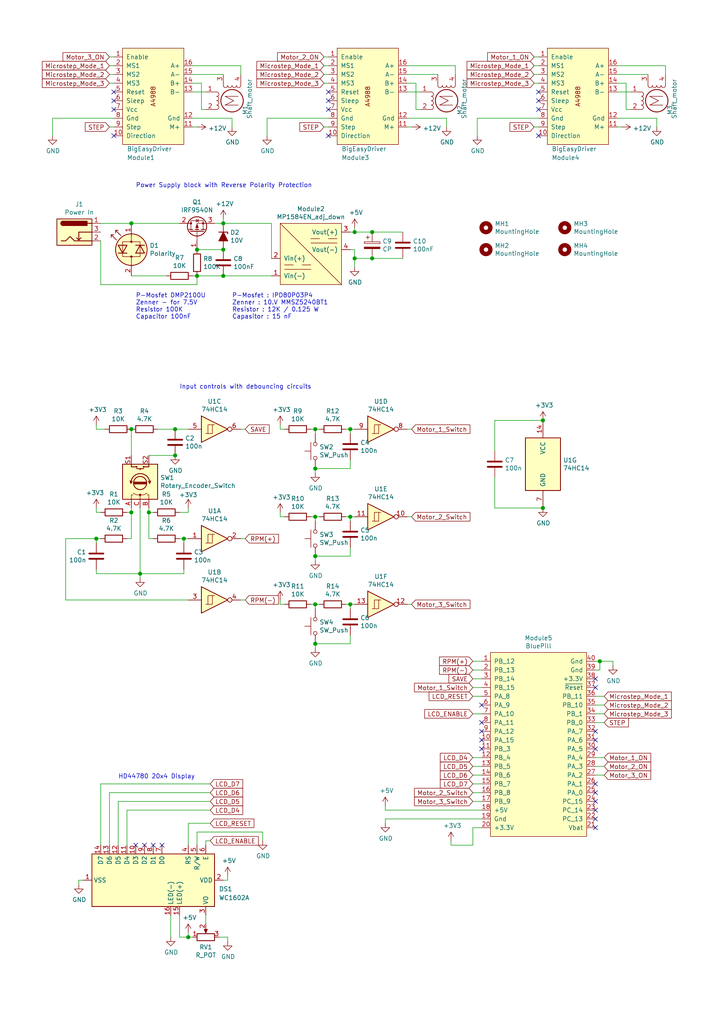
<source format=kicad_sch>
(kicad_sch (version 20210406) (generator eeschema)
  (paper "A4" portrait)
  (title_block (title "Control board for RABR shaft motors") (comment 1 "Yehor Pererva"))
  (lib_symbols
    (symbol "74xx:74HC14" (pin_names (offset 1.016))
      (property "Reference" "U" (at 0 1.27 0))
      (property "Value" "74HC14" (at 0 -1.27 0))
      (symbol "74HC14_1_0"
        (pin input line (at -7.62 0 0) (length 3.81) (name "~") (number "1"))
        (pin output inverted (at 7.62 0 180) (length 3.81) (name "~") (number "2"))
      )
      (symbol "74HC14_2_0"
        (pin input line (at -7.62 0 0) (length 3.81) (name "~") (number "3"))
        (pin output inverted (at 7.62 0 180) (length 3.81) (name "~") (number "4"))
      )
      (symbol "74HC14_3_0"
        (pin input line (at -7.62 0 0) (length 3.81) (name "~") (number "5"))
        (pin output inverted (at 7.62 0 180) (length 3.81) (name "~") (number "6"))
      )
      (symbol "74HC14_4_0"
        (pin output inverted (at 7.62 0 180) (length 3.81) (name "~") (number "8"))
        (pin input line (at -7.62 0 0) (length 3.81) (name "~") (number "9"))
      )
      (symbol "74HC14_5_0"
        (pin output inverted (at 7.62 0 180) (length 3.81) (name "~") (number "10"))
        (pin input line (at -7.62 0 0) (length 3.81) (name "~") (number "11"))
      )
      (symbol "74HC14_6_0"
        (pin output inverted (at 7.62 0 180) (length 3.81) (name "~") (number "12"))
        (pin input line (at -7.62 0 0) (length 3.81) (name "~") (number "13"))
      )
      (symbol "74HC14_7_0"
        (pin power_in line (at 0 12.7 270) (length 5.08) (name "VCC") (number "14"))
        (pin power_in line (at 0 -12.7 90) (length 5.08) (name "GND") (number "7"))
      )
    )
    (symbol "Connector:Barrel_Jack_Switch" (pin_names hide)
      (property "Reference" "J" (at 0 5.334 0))
      (property "Value" "Barrel_Jack_Switch" (at 0 -5.08 0))
      (symbol "Barrel_Jack_Switch_1_1"
        (pin passive line (at 7.62 2.54 180) (length 2.54) (name "~") (number "1"))
        (pin passive line (at 7.62 -2.54 180) (length 2.54) (name "~") (number "2"))
        (pin passive line (at 7.62 0 180) (length 2.54) (name "~") (number "3"))
      )
    )
    (symbol "Device:C" (pin_numbers hide) (pin_names (offset 0.254))
      (property "Reference" "C" (at 0.635 2.54 0))
      (property "Value" "C" (at 0.635 -2.54 0))
      (symbol "C_1_1"
        (pin passive line (at 0 3.81 270) (length 2.794) (name "~") (number "1"))
        (pin passive line (at 0 -3.81 90) (length 2.794) (name "~") (number "2"))
      )
    )
    (symbol "Device:CP" (pin_numbers hide) (pin_names (offset 0.254))
      (property "Reference" "C" (at 0.635 2.54 0))
      (property "Value" "CP" (at 0.635 -2.54 0))
      (symbol "CP_1_1"
        (pin passive line (at 0 3.81 270) (length 2.794) (name "~") (number "1"))
        (pin passive line (at 0 -3.81 90) (length 2.794) (name "~") (number "2"))
      )
    )
    (symbol "Device:D_Zener_ALT" (pin_numbers hide) (pin_names (offset 1.016) hide)
      (property "Reference" "D" (at 0 2.54 0))
      (property "Value" "D_Zener_ALT" (at 0 -2.54 0))
      (symbol "D_Zener_ALT_1_1"
        (pin passive line (at -3.81 0 0) (length 2.54) (name "K") (number "1"))
        (pin passive line (at 3.81 0 180) (length 2.54) (name "A") (number "2"))
      )
    )
    (symbol "Device:LED_Dual_2pin" (pin_names (offset 0) hide)
      (property "Reference" "D" (at 0 5.715 0))
      (property "Value" "LED_Dual_2pin" (at 0 -6.35 0))
      (symbol "LED_Dual_2pin_1_1"
        (pin input line (at 7.62 0 180) (length 3.81) (name "KA") (number "1"))
        (pin input line (at -7.62 0 0) (length 3.048) (name "AK") (number "2"))
      )
    )
    (symbol "Device:R" (pin_numbers hide) (pin_names (offset 0))
      (property "Reference" "R" (at 2.032 0 90))
      (property "Value" "R" (at 0 0 90))
      (symbol "R_1_1"
        (pin passive line (at 0 3.81 270) (length 1.27) (name "~") (number "1"))
        (pin passive line (at 0 -3.81 90) (length 1.27) (name "~") (number "2"))
      )
    )
    (symbol "Device:R_POT" (pin_names (offset 1.016) hide)
      (property "Reference" "RV" (at -4.445 0 90))
      (property "Value" "R_POT" (at -2.54 0 90))
      (symbol "R_POT_1_1"
        (pin passive line (at 0 3.81 270) (length 1.27) (name "1") (number "1"))
        (pin passive line (at 3.81 0 180) (length 1.27) (name "2") (number "2"))
        (pin passive line (at 0 -3.81 90) (length 1.27) (name "3") (number "3"))
      )
    )
    (symbol "Device:Rotary_Encoder_Switch" (pin_names (offset 0.254) hide)
      (property "Reference" "SW" (at 0 6.604 0))
      (property "Value" "Rotary_Encoder_Switch" (at 0 -6.604 0))
      (symbol "Rotary_Encoder_Switch_1_1"
        (pin passive line (at -7.62 2.54 0) (length 2.54) (name "A") (number "A"))
        (pin passive line (at -7.62 -2.54 0) (length 2.54) (name "B") (number "B"))
        (pin passive line (at -7.62 0 0) (length 2.54) (name "C") (number "C"))
        (pin passive line (at 7.62 2.54 180) (length 2.54) (name "S1") (number "S1"))
        (pin passive line (at 7.62 -2.54 180) (length 2.54) (name "S2") (number "S2"))
      )
    )
    (symbol "Display_Character:WC1602A"
      (property "Reference" "DS" (at -5.842 19.05 0))
      (property "Value" "WC1602A" (at 5.334 19.05 0))
      (symbol "WC1602A_1_1"
        (pin power_in line (at 0 -20.32 90) (length 2.54) (name "VSS") (number "1"))
        (pin input line (at -10.16 -5.08 0) (length 2.54) (name "D3") (number "10"))
        (pin input line (at -10.16 -7.62 0) (length 2.54) (name "D4") (number "11"))
        (pin input line (at -10.16 -10.16 0) (length 2.54) (name "D5") (number "12"))
        (pin input line (at -10.16 -12.7 0) (length 2.54) (name "D6") (number "13"))
        (pin input line (at -10.16 -15.24 0) (length 2.54) (name "D7") (number "14"))
        (pin power_in line (at 10.16 7.62 180) (length 2.54) (name "LED(+)") (number "15"))
        (pin power_in line (at 10.16 5.08 180) (length 2.54) (name "LED(-)") (number "16"))
        (pin power_in line (at 0 20.32 270) (length 2.54) (name "VDD") (number "2"))
        (pin input line (at 10.16 15.24 180) (length 2.54) (name "VO") (number "3"))
        (pin input line (at -10.16 10.16 0) (length 2.54) (name "RS") (number "4"))
        (pin input line (at -10.16 12.7 0) (length 2.54) (name "R/W") (number "5"))
        (pin input line (at -10.16 15.24 0) (length 2.54) (name "E") (number "6"))
        (pin input line (at -10.16 2.54 0) (length 2.54) (name "D0") (number "7"))
        (pin input line (at -10.16 0 0) (length 2.54) (name "D1") (number "8"))
        (pin input line (at -10.16 -2.54 0) (length 2.54) (name "D2") (number "9"))
      )
    )
    (symbol "Mechanical:MountingHole" (pin_names (offset 1.016))
      (property "Reference" "H" (at 0 5.08 0))
      (property "Value" "MountingHole" (at 0 3.175 0))
    )
    (symbol "Motor:Stepper_Motor_bipolar" (pin_names (offset 0) hide)
      (property "Reference" "M" (at 3.81 2.54 0))
      (property "Value" "Stepper_Motor_bipolar" (at 3.81 1.27 0))
      (symbol "Stepper_Motor_bipolar_1_1"
        (pin passive line (at -2.54 7.62 270) (length 2.54) (name "~") (number "1"))
        (pin passive line (at 2.54 7.62 270) (length 2.54) (name "-") (number "2"))
        (pin passive line (at -7.62 2.54 0) (length 2.54) (name "~") (number "3"))
        (pin passive line (at -7.62 -2.54 0) (length 2.54) (name "~") (number "4"))
      )
    )
    (symbol "RABR_motor_controller-rescue:BigEasyDriver-modules" (pin_names (offset 1.016))
      (property "Reference" "Module" (at 17.78 7.62 0))
      (property "Value" "RABR_motor_controller-rescue_BigEasyDriver-modules" (at 0 2.54 0))
      (symbol "BigEasyDriver-modules_1_0"
        (text "A4988" (at 0 0 0) (effects (font (size 1.27 1.27))))
      )
      (symbol "BigEasyDriver-modules_1_1"
        (pin input line (at -11.43 -11.43 90) (length 2.54) (name "Enable") (number "1"))
        (pin input line (at 11.43 -11.43 90) (length 2.54) (name "Direction") (number "10"))
        (pin power_in line (at 8.89 11.43 270) (length 2.54) (name "M+") (number "11"))
        (pin power_out line (at 6.35 11.43 270) (length 2.54) (name "Gnd") (number "12"))
        (pin power_out line (at -1.27 11.43 270) (length 2.54) (name "B-") (number "13"))
        (pin power_out line (at -3.81 11.43 270) (length 2.54) (name "B+") (number "14"))
        (pin power_out line (at -6.35 11.43 270) (length 2.54) (name "A-") (number "15"))
        (pin power_out line (at -8.89 11.43 270) (length 2.54) (name "A+") (number "16"))
        (pin input line (at -8.89 -11.43 90) (length 2.54) (name "MS1") (number "2"))
        (pin input line (at -6.35 -11.43 90) (length 2.54) (name "MS2") (number "3"))
        (pin input line (at -3.81 -11.43 90) (length 2.54) (name "MS3") (number "4"))
        (pin input line (at -1.27 -11.43 90) (length 2.54) (name "Reset") (number "5"))
        (pin input line (at 1.27 -11.43 90) (length 2.54) (name "Sleep") (number "6"))
        (pin input line (at 3.81 -11.43 90) (length 2.54) (name "Vcc") (number "7"))
        (pin input line (at 6.35 -11.43 90) (length 2.54) (name "Gnd") (number "8"))
        (pin input line (at 8.89 -11.43 90) (length 2.54) (name "Step") (number "9"))
      )
    )
    (symbol "RABR_motor_controller-rescue:BluePill-modules" (pin_names (offset 1.016))
      (property "Reference" "Module" (at 0 27.94 0))
      (property "Value" "RABR_motor_controller-rescue_BluePill-modules" (at 0 1.27 0))
      (symbol "BluePill-modules_1_1"
        (pin input line (at -16.51 24.13 0) (length 2.54) (name "PB_12") (number "1"))
        (pin input line (at -16.51 1.27 0) (length 2.54) (name "PA_15") (number "10"))
        (pin input line (at -16.51 -1.27 0) (length 2.54) (name "PB_3") (number "11"))
        (pin input line (at -16.51 -3.81 0) (length 2.54) (name "PB_4") (number "12"))
        (pin input line (at -16.51 -6.35 0) (length 2.54) (name "PB_5") (number "13"))
        (pin input line (at -16.51 -8.89 0) (length 2.54) (name "PB_6") (number "14"))
        (pin input line (at -16.51 -11.43 0) (length 2.54) (name "PB_7") (number "15"))
        (pin input line (at -16.51 -13.97 0) (length 2.54) (name "PB_8") (number "16"))
        (pin input line (at -16.51 -16.51 0) (length 2.54) (name "PB_9") (number "17"))
        (pin input line (at -16.51 -19.05 0) (length 2.54) (name "+5V") (number "18"))
        (pin input line (at -16.51 -21.59 0) (length 2.54) (name "Gnd") (number "19"))
        (pin input line (at -16.51 21.59 0) (length 2.54) (name "PB_13") (number "2"))
        (pin input line (at -16.51 -24.13 0) (length 2.54) (name "+3.3V") (number "20"))
        (pin input line (at 16.51 -24.13 180) (length 2.54) (name "Vbat") (number "21"))
        (pin input line (at 16.51 -21.59 180) (length 2.54) (name "PC_13") (number "22"))
        (pin input line (at 16.51 -19.05 180) (length 2.54) (name "PC_14") (number "23"))
        (pin input line (at 16.51 -16.51 180) (length 2.54) (name "PC_15") (number "24"))
        (pin input line (at 16.51 -13.97 180) (length 2.54) (name "PA_0") (number "25"))
        (pin input line (at 16.51 -11.43 180) (length 2.54) (name "PA_1") (number "26"))
        (pin input line (at 16.51 -8.89 180) (length 2.54) (name "PA_2") (number "27"))
        (pin input line (at 16.51 -6.35 180) (length 2.54) (name "PA_3") (number "28"))
        (pin input line (at 16.51 -3.81 180) (length 2.54) (name "PA_4") (number "29"))
        (pin input line (at -16.51 19.05 0) (length 2.54) (name "PB_14") (number "3"))
        (pin input line (at 16.51 -1.27 180) (length 2.54) (name "PA_5") (number "30"))
        (pin input line (at 16.51 1.27 180) (length 2.54) (name "PA_6") (number "31"))
        (pin input line (at 16.51 3.81 180) (length 2.54) (name "PA_7") (number "32"))
        (pin input line (at 16.51 6.35 180) (length 2.54) (name "PB_0") (number "33"))
        (pin input line (at 16.51 8.89 180) (length 2.54) (name "PB_1") (number "34"))
        (pin input line (at 16.51 11.43 180) (length 2.54) (name "PB_10") (number "35"))
        (pin input line (at 16.51 13.97 180) (length 2.54) (name "PB_11") (number "36"))
        (pin input line (at 16.51 16.51 180) (length 2.54) (name "~Reset~") (number "37"))
        (pin input line (at 16.51 19.05 180) (length 2.54) (name "+3.3V") (number "38"))
        (pin input line (at 16.51 21.59 180) (length 2.54) (name "Gnd") (number "39"))
        (pin input line (at -16.51 16.51 0) (length 2.54) (name "PB_15") (number "4"))
        (pin input line (at 16.51 24.13 180) (length 2.54) (name "Gnd") (number "40"))
        (pin input line (at -16.51 13.97 0) (length 2.54) (name "PA_8") (number "5"))
        (pin input line (at -16.51 11.43 0) (length 2.54) (name "PA_9") (number "6"))
        (pin input line (at -16.51 8.89 0) (length 2.54) (name "PA_10") (number "7"))
        (pin input line (at -16.51 6.35 0) (length 2.54) (name "PA_11") (number "8"))
        (pin input line (at -16.51 3.81 0) (length 2.54) (name "PA_12") (number "9"))
      )
    )
    (symbol "RABR_motor_controller-rescue:MP1584EN_adj_down-modules" (pin_names (offset 1.016))
      (property "Reference" "Module" (at 0 13.97 0))
      (property "Value" "RABR_motor_controller-rescue_MP1584EN_adj_down-modules" (at 0 11.43 0))
      (symbol "MP1584EN_adj_down-modules_1_1"
        (pin power_in line (at -11.43 6.35 0) (length 2.54) (name "Vin(-)") (number "1"))
        (pin power_in line (at -11.43 1.27 0) (length 2.54) (name "Vin(+)") (number "2"))
        (pin power_out line (at 11.43 -6.35 180) (length 2.54) (name "Vout(+)") (number "3"))
        (pin power_out line (at 11.43 -1.27 180) (length 2.54) (name "Vout(-)") (number "4"))
      )
    )
    (symbol "Switch:SW_Push" (pin_numbers hide) (pin_names (offset 1.016) hide)
      (property "Reference" "SW" (at 1.27 2.54 0))
      (property "Value" "SW_Push" (at 0 -1.524 0))
      (symbol "SW_Push_0_1"
        (pin passive line (at -5.08 0 0) (length 2.54) (name "1") (number "1"))
        (pin passive line (at 5.08 0 180) (length 2.54) (name "2") (number "2"))
      )
    )
    (symbol "Transistor_FET:IRF9540N" (pin_names hide)
      (property "Reference" "Q" (at 5.08 1.905 0))
      (property "Value" "IRF9540N" (at 5.08 0 0))
      (symbol "IRF9540N_1_1"
        (pin input line (at -5.08 0 0) (length 2.54) (name "G") (number "1"))
        (pin passive line (at 2.54 5.08 270) (length 2.54) (name "D") (number "2"))
        (pin passive line (at 2.54 -5.08 90) (length 2.54) (name "S") (number "3"))
      )
    )
    (symbol "power:+12V" (power) (pin_names (offset 0))
      (property "Value" "+12V" (at 0 3.556 0))
      (symbol "+12V_1_1"
        (pin power_in line (at 0 0 90) (length 0) hide (name "+12V") (number "1"))
      )
    )
    (symbol "power:+3.3V" (power) (pin_names (offset 0))
      (property "Value" "+3.3V" (at 0 3.556 0))
      (symbol "+3.3V_1_1"
        (pin power_in line (at 0 0 90) (length 0) hide (name "+3V3") (number "1"))
      )
    )
    (symbol "power:+5V" (power) (pin_names (offset 0))
      (property "Value" "+5V" (at 0 3.556 0))
      (symbol "+5V_1_1"
        (pin power_in line (at 0 0 90) (length 0) hide (name "+5V") (number "1"))
      )
    )
    (symbol "power:GND" (power) (pin_names (offset 0))
      (property "Value" "GND" (at 0 -3.81 0))
      (symbol "GND_1_1"
        (pin power_in line (at 0 0 270) (length 0) hide (name "GND") (number "1"))
      )
    )
  )
  (junction (at 27.94 156.21) (diameter 1.016))
  (junction (at 38.1 64.77) (diameter 1.016))
  (junction (at 38.1 124.46) (diameter 1.016))
  (junction (at 38.1 148.59) (diameter 1.016))
  (junction (at 40.64 166.37) (diameter 1.016))
  (junction (at 43.18 148.59) (diameter 1.016))
  (junction (at 50.8 124.46) (diameter 1.016))
  (junction (at 50.8 132.08) (diameter 1.016))
  (junction (at 53.34 156.21) (diameter 1.016))
  (junction (at 54.61 271.78) (diameter 1.016))
  (junction (at 57.15 72.39) (diameter 1.016))
  (junction (at 57.15 80.01) (diameter 1.016))
  (junction (at 64.77 64.77) (diameter 1.016))
  (junction (at 64.77 72.39) (diameter 1.016))
  (junction (at 64.77 80.01) (diameter 1.016))
  (junction (at 91.44 124.46) (diameter 1.016))
  (junction (at 91.44 135.89) (diameter 1.016))
  (junction (at 91.44 149.86) (diameter 1.016))
  (junction (at 91.44 161.29) (diameter 1.016))
  (junction (at 91.44 175.26) (diameter 1.016))
  (junction (at 91.44 186.69) (diameter 1.016))
  (junction (at 101.6 124.46) (diameter 1.016))
  (junction (at 101.6 149.86) (diameter 1.016))
  (junction (at 101.6 175.26) (diameter 1.016))
  (junction (at 102.87 67.31) (diameter 1.016))
  (junction (at 102.87 74.93) (diameter 1.016))
  (junction (at 107.95 67.31) (diameter 1.016))
  (junction (at 107.95 74.93) (diameter 1.016))
  (junction (at 157.48 121.92) (diameter 1.016))
  (junction (at 157.48 147.32) (diameter 1.016))
  (junction (at 173.99 191.77) (diameter 1.016))
  (no_connect (at 33.02 26.67))
  (no_connect (at 33.02 29.21))
  (no_connect (at 33.02 31.75))
  (no_connect (at 33.02 39.37))
  (no_connect (at 39.37 245.11))
  (no_connect (at 41.91 245.11))
  (no_connect (at 44.45 245.11))
  (no_connect (at 46.99 245.11))
  (no_connect (at 95.25 26.67))
  (no_connect (at 95.25 29.21))
  (no_connect (at 95.25 31.75))
  (no_connect (at 95.25 39.37))
  (no_connect (at 139.7 204.47))
  (no_connect (at 139.7 209.55))
  (no_connect (at 139.7 212.09))
  (no_connect (at 139.7 214.63))
  (no_connect (at 139.7 217.17))
  (no_connect (at 156.21 26.67))
  (no_connect (at 156.21 29.21))
  (no_connect (at 156.21 31.75))
  (no_connect (at 156.21 39.37))
  (no_connect (at 172.72 196.85))
  (no_connect (at 172.72 199.39))
  (no_connect (at 172.72 212.09))
  (no_connect (at 172.72 214.63))
  (no_connect (at 172.72 217.17))
  (no_connect (at 172.72 227.33))
  (no_connect (at 172.72 229.87))
  (no_connect (at 172.72 232.41))
  (no_connect (at 172.72 234.95))
  (no_connect (at 172.72 237.49))
  (no_connect (at 172.72 240.03))
  (wire (pts (xy 15.24 34.29) (xy 15.24 39.37)))
  (wire (pts (xy 19.05 156.21) (xy 19.05 173.99)))
  (wire (pts (xy 19.05 173.99) (xy 54.61 173.99)))
  (wire (pts (xy 22.86 255.27) (xy 22.86 256.54)))
  (wire (pts (xy 24.13 255.27) (xy 22.86 255.27)))
  (wire (pts (xy 27.94 123.19) (xy 27.94 124.46)))
  (wire (pts (xy 27.94 124.46) (xy 30.48 124.46)))
  (wire (pts (xy 27.94 147.32) (xy 27.94 148.59)))
  (wire (pts (xy 27.94 148.59) (xy 29.21 148.59)))
  (wire (pts (xy 27.94 156.21) (xy 19.05 156.21)))
  (wire (pts (xy 27.94 156.21) (xy 27.94 157.48)))
  (wire (pts (xy 27.94 165.1) (xy 27.94 166.37)))
  (wire (pts (xy 27.94 166.37) (xy 40.64 166.37)))
  (wire (pts (xy 29.21 69.85) (xy 29.21 82.55)))
  (wire (pts (xy 29.21 82.55) (xy 57.15 82.55)))
  (wire (pts (xy 29.21 156.21) (xy 27.94 156.21)))
  (wire (pts (xy 29.21 227.33) (xy 29.21 245.11)))
  (wire (pts (xy 31.75 16.51) (xy 33.02 16.51)))
  (wire (pts (xy 31.75 36.83) (xy 33.02 36.83)))
  (wire (pts (xy 31.75 229.87) (xy 31.75 245.11)))
  (wire (pts (xy 33.02 19.05) (xy 31.75 19.05)))
  (wire (pts (xy 33.02 21.59) (xy 31.75 21.59)))
  (wire (pts (xy 33.02 24.13) (xy 31.75 24.13)))
  (wire (pts (xy 33.02 34.29) (xy 15.24 34.29)))
  (wire (pts (xy 34.29 232.41) (xy 34.29 245.11)))
  (wire (pts (xy 36.83 148.59) (xy 38.1 148.59)))
  (wire (pts (xy 36.83 234.95) (xy 36.83 245.11)))
  (wire (pts (xy 38.1 64.77) (xy 29.21 64.77)))
  (wire (pts (xy 38.1 132.08) (xy 38.1 124.46)))
  (wire (pts (xy 38.1 147.32) (xy 38.1 148.59)))
  (wire (pts (xy 38.1 148.59) (xy 38.1 156.21)))
  (wire (pts (xy 38.1 156.21) (xy 36.83 156.21)))
  (wire (pts (xy 40.64 147.32) (xy 40.64 166.37)))
  (wire (pts (xy 40.64 166.37) (xy 40.64 167.64)))
  (wire (pts (xy 43.18 132.08) (xy 50.8 132.08)))
  (wire (pts (xy 43.18 147.32) (xy 43.18 148.59)))
  (wire (pts (xy 43.18 148.59) (xy 43.18 156.21)))
  (wire (pts (xy 43.18 156.21) (xy 44.45 156.21)))
  (wire (pts (xy 44.45 148.59) (xy 43.18 148.59)))
  (wire (pts (xy 45.72 124.46) (xy 50.8 124.46)))
  (wire (pts (xy 48.26 80.01) (xy 38.1 80.01)))
  (wire (pts (xy 49.53 265.43) (xy 49.53 271.78)))
  (wire (pts (xy 50.8 124.46) (xy 54.61 124.46)))
  (wire (pts (xy 52.07 64.77) (xy 38.1 64.77)))
  (wire (pts (xy 52.07 148.59) (xy 54.61 148.59)))
  (wire (pts (xy 52.07 156.21) (xy 53.34 156.21)))
  (wire (pts (xy 52.07 271.78) (xy 52.07 265.43)))
  (wire (pts (xy 53.34 156.21) (xy 53.34 157.48)))
  (wire (pts (xy 53.34 156.21) (xy 54.61 156.21)))
  (wire (pts (xy 53.34 165.1) (xy 53.34 166.37)))
  (wire (pts (xy 53.34 166.37) (xy 40.64 166.37)))
  (wire (pts (xy 54.61 148.59) (xy 54.61 147.32)))
  (wire (pts (xy 54.61 238.76) (xy 54.61 245.11)))
  (wire (pts (xy 54.61 270.51) (xy 54.61 271.78)))
  (wire (pts (xy 54.61 271.78) (xy 52.07 271.78)))
  (wire (pts (xy 55.88 19.05) (xy 69.85 19.05)))
  (wire (pts (xy 55.88 21.59) (xy 64.77 21.59)))
  (wire (pts (xy 55.88 26.67) (xy 59.69 26.67)))
  (wire (pts (xy 55.88 34.29) (xy 67.31 34.29)))
  (wire (pts (xy 55.88 36.83) (xy 57.15 36.83)))
  (wire (pts (xy 55.88 80.01) (xy 57.15 80.01)))
  (wire (pts (xy 55.88 271.78) (xy 54.61 271.78)))
  (wire (pts (xy 57.15 80.01) (xy 64.77 80.01)))
  (wire (pts (xy 57.15 82.55) (xy 57.15 80.01)))
  (wire (pts (xy 57.15 241.3) (xy 57.15 245.11)))
  (wire (pts (xy 57.15 241.3) (xy 76.2 241.3)))
  (wire (pts (xy 58.42 24.13) (xy 55.88 24.13)))
  (wire (pts (xy 58.42 31.75) (xy 58.42 24.13)))
  (wire (pts (xy 59.69 31.75) (xy 58.42 31.75)))
  (wire (pts (xy 59.69 243.84) (xy 59.69 245.11)))
  (wire (pts (xy 59.69 265.43) (xy 59.69 267.97)))
  (wire (pts (xy 60.96 227.33) (xy 29.21 227.33)))
  (wire (pts (xy 60.96 229.87) (xy 31.75 229.87)))
  (wire (pts (xy 60.96 232.41) (xy 34.29 232.41)))
  (wire (pts (xy 60.96 234.95) (xy 36.83 234.95)))
  (wire (pts (xy 60.96 238.76) (xy 54.61 238.76)))
  (wire (pts (xy 60.96 243.84) (xy 59.69 243.84)))
  (wire (pts (xy 63.5 271.78) (xy 66.04 271.78)))
  (wire (pts (xy 64.77 63.5) (xy 64.77 64.77)))
  (wire (pts (xy 64.77 64.77) (xy 62.23 64.77)))
  (wire (pts (xy 64.77 72.39) (xy 57.15 72.39)))
  (wire (pts (xy 64.77 80.01) (xy 78.74 80.01)))
  (wire (pts (xy 64.77 255.27) (xy 66.04 255.27)))
  (wire (pts (xy 66.04 255.27) (xy 66.04 254)))
  (wire (pts (xy 66.04 271.78) (xy 66.04 273.05)))
  (wire (pts (xy 67.31 34.29) (xy 67.31 36.83)))
  (wire (pts (xy 69.85 19.05) (xy 69.85 21.59)))
  (wire (pts (xy 69.85 124.46) (xy 71.12 124.46)))
  (wire (pts (xy 71.12 156.21) (xy 69.85 156.21)))
  (wire (pts (xy 71.12 173.99) (xy 69.85 173.99)))
  (wire (pts (xy 76.2 241.3) (xy 76.2 243.84)))
  (wire (pts (xy 77.47 34.29) (xy 77.47 39.37)))
  (wire (pts (xy 78.74 64.77) (xy 64.77 64.77)))
  (wire (pts (xy 78.74 74.93) (xy 78.74 64.77)))
  (wire (pts (xy 81.28 123.19) (xy 81.28 124.46)))
  (wire (pts (xy 81.28 124.46) (xy 82.55 124.46)))
  (wire (pts (xy 81.28 148.59) (xy 81.28 149.86)))
  (wire (pts (xy 81.28 149.86) (xy 82.55 149.86)))
  (wire (pts (xy 81.28 173.99) (xy 81.28 175.26)))
  (wire (pts (xy 81.28 175.26) (xy 82.55 175.26)))
  (wire (pts (xy 90.17 124.46) (xy 91.44 124.46)))
  (wire (pts (xy 90.17 149.86) (xy 91.44 149.86)))
  (wire (pts (xy 90.17 175.26) (xy 91.44 175.26)))
  (wire (pts (xy 91.44 124.46) (xy 91.44 125.73)))
  (wire (pts (xy 91.44 135.89) (xy 91.44 137.16)))
  (wire (pts (xy 91.44 149.86) (xy 91.44 151.13)))
  (wire (pts (xy 91.44 161.29) (xy 91.44 162.56)))
  (wire (pts (xy 91.44 175.26) (xy 91.44 176.53)))
  (wire (pts (xy 91.44 186.69) (xy 91.44 187.96)))
  (wire (pts (xy 92.71 124.46) (xy 91.44 124.46)))
  (wire (pts (xy 92.71 149.86) (xy 91.44 149.86)))
  (wire (pts (xy 92.71 175.26) (xy 91.44 175.26)))
  (wire (pts (xy 93.98 16.51) (xy 95.25 16.51)))
  (wire (pts (xy 93.98 36.83) (xy 95.25 36.83)))
  (wire (pts (xy 95.25 19.05) (xy 93.98 19.05)))
  (wire (pts (xy 95.25 21.59) (xy 93.98 21.59)))
  (wire (pts (xy 95.25 24.13) (xy 93.98 24.13)))
  (wire (pts (xy 95.25 34.29) (xy 77.47 34.29)))
  (wire (pts (xy 100.33 124.46) (xy 101.6 124.46)))
  (wire (pts (xy 100.33 149.86) (xy 101.6 149.86)))
  (wire (pts (xy 100.33 175.26) (xy 101.6 175.26)))
  (wire (pts (xy 101.6 72.39) (xy 102.87 72.39)))
  (wire (pts (xy 101.6 124.46) (xy 101.6 125.73)))
  (wire (pts (xy 101.6 133.35) (xy 101.6 135.89)))
  (wire (pts (xy 101.6 135.89) (xy 91.44 135.89)))
  (wire (pts (xy 101.6 149.86) (xy 101.6 151.13)))
  (wire (pts (xy 101.6 158.75) (xy 101.6 161.29)))
  (wire (pts (xy 101.6 161.29) (xy 91.44 161.29)))
  (wire (pts (xy 101.6 175.26) (xy 101.6 176.53)))
  (wire (pts (xy 101.6 184.15) (xy 101.6 186.69)))
  (wire (pts (xy 101.6 186.69) (xy 91.44 186.69)))
  (wire (pts (xy 102.87 66.04) (xy 102.87 67.31)))
  (wire (pts (xy 102.87 67.31) (xy 101.6 67.31)))
  (wire (pts (xy 102.87 67.31) (xy 107.95 67.31)))
  (wire (pts (xy 102.87 72.39) (xy 102.87 74.93)))
  (wire (pts (xy 102.87 74.93) (xy 102.87 77.47)))
  (wire (pts (xy 102.87 124.46) (xy 101.6 124.46)))
  (wire (pts (xy 102.87 149.86) (xy 101.6 149.86)))
  (wire (pts (xy 102.87 175.26) (xy 101.6 175.26)))
  (wire (pts (xy 107.95 67.31) (xy 116.84 67.31)))
  (wire (pts (xy 107.95 74.93) (xy 102.87 74.93)))
  (wire (pts (xy 111.76 233.68) (xy 111.76 234.95)))
  (wire (pts (xy 111.76 234.95) (xy 139.7 234.95)))
  (wire (pts (xy 111.76 237.49) (xy 111.76 238.76)))
  (wire (pts (xy 111.76 237.49) (xy 139.7 237.49)))
  (wire (pts (xy 116.84 74.93) (xy 107.95 74.93)))
  (wire (pts (xy 118.11 19.05) (xy 132.08 19.05)))
  (wire (pts (xy 118.11 21.59) (xy 127 21.59)))
  (wire (pts (xy 118.11 26.67) (xy 121.92 26.67)))
  (wire (pts (xy 118.11 34.29) (xy 129.54 34.29)))
  (wire (pts (xy 118.11 36.83) (xy 119.38 36.83)))
  (wire (pts (xy 118.11 124.46) (xy 119.38 124.46)))
  (wire (pts (xy 118.11 149.86) (xy 119.38 149.86)))
  (wire (pts (xy 119.38 175.26) (xy 118.11 175.26)))
  (wire (pts (xy 120.65 24.13) (xy 118.11 24.13)))
  (wire (pts (xy 120.65 31.75) (xy 120.65 24.13)))
  (wire (pts (xy 121.92 31.75) (xy 120.65 31.75)))
  (wire (pts (xy 129.54 34.29) (xy 129.54 36.83)))
  (wire (pts (xy 130.81 243.84) (xy 130.81 245.11)))
  (wire (pts (xy 130.81 245.11) (xy 137.16 245.11)))
  (wire (pts (xy 132.08 19.05) (xy 132.08 21.59)))
  (wire (pts (xy 137.16 191.77) (xy 139.7 191.77)))
  (wire (pts (xy 137.16 194.31) (xy 139.7 194.31)))
  (wire (pts (xy 137.16 196.85) (xy 139.7 196.85)))
  (wire (pts (xy 137.16 199.39) (xy 139.7 199.39)))
  (wire (pts (xy 137.16 201.93) (xy 139.7 201.93)))
  (wire (pts (xy 137.16 207.01) (xy 139.7 207.01)))
  (wire (pts (xy 137.16 219.71) (xy 139.7 219.71)))
  (wire (pts (xy 137.16 222.25) (xy 139.7 222.25)))
  (wire (pts (xy 137.16 224.79) (xy 139.7 224.79)))
  (wire (pts (xy 137.16 227.33) (xy 139.7 227.33)))
  (wire (pts (xy 137.16 229.87) (xy 139.7 229.87)))
  (wire (pts (xy 137.16 232.41) (xy 139.7 232.41)))
  (wire (pts (xy 137.16 240.03) (xy 139.7 240.03)))
  (wire (pts (xy 137.16 245.11) (xy 137.16 240.03)))
  (wire (pts (xy 138.43 34.29) (xy 138.43 39.37)))
  (wire (pts (xy 143.51 121.92) (xy 143.51 130.81)))
  (wire (pts (xy 143.51 138.43) (xy 143.51 147.32)))
  (wire (pts (xy 143.51 147.32) (xy 157.48 147.32)))
  (wire (pts (xy 154.94 16.51) (xy 156.21 16.51)))
  (wire (pts (xy 154.94 36.83) (xy 156.21 36.83)))
  (wire (pts (xy 156.21 19.05) (xy 154.94 19.05)))
  (wire (pts (xy 156.21 21.59) (xy 154.94 21.59)))
  (wire (pts (xy 156.21 24.13) (xy 154.94 24.13)))
  (wire (pts (xy 156.21 34.29) (xy 138.43 34.29)))
  (wire (pts (xy 157.48 121.92) (xy 143.51 121.92)))
  (wire (pts (xy 172.72 194.31) (xy 173.99 194.31)))
  (wire (pts (xy 172.72 201.93) (xy 175.26 201.93)))
  (wire (pts (xy 172.72 204.47) (xy 175.26 204.47)))
  (wire (pts (xy 172.72 207.01) (xy 175.26 207.01)))
  (wire (pts (xy 172.72 209.55) (xy 175.26 209.55)))
  (wire (pts (xy 172.72 222.25) (xy 175.26 222.25)))
  (wire (pts (xy 173.99 191.77) (xy 172.72 191.77)))
  (wire (pts (xy 173.99 191.77) (xy 177.8 191.77)))
  (wire (pts (xy 173.99 194.31) (xy 173.99 191.77)))
  (wire (pts (xy 175.26 219.71) (xy 172.72 219.71)))
  (wire (pts (xy 175.26 224.79) (xy 172.72 224.79)))
  (wire (pts (xy 177.8 191.77) (xy 177.8 193.04)))
  (wire (pts (xy 179.07 19.05) (xy 193.04 19.05)))
  (wire (pts (xy 179.07 21.59) (xy 187.96 21.59)))
  (wire (pts (xy 179.07 26.67) (xy 182.88 26.67)))
  (wire (pts (xy 179.07 34.29) (xy 190.5 34.29)))
  (wire (pts (xy 179.07 36.83) (xy 180.34 36.83)))
  (wire (pts (xy 181.61 24.13) (xy 179.07 24.13)))
  (wire (pts (xy 181.61 31.75) (xy 181.61 24.13)))
  (wire (pts (xy 182.88 31.75) (xy 181.61 31.75)))
  (wire (pts (xy 190.5 34.29) (xy 190.5 36.83)))
  (wire (pts (xy 193.04 19.05) (xy 193.04 21.59)))
  (text "HD44780 20x4 Display" (at 34.29 226.06 0) (effects (font (size 1.27 1.27)) (justify left bottom)))
  (text "Power Supply block with Reverse Polarity Protection" (at 39.37 54.61 0) (effects (font (size 1.27 1.27)) (justify left bottom)))
  (text "P-Mosfet DMP2100U\nZenner - for 7.5V\nResistor 100K\nCapacitor 100nF" (at 39.37 92.71 0) (effects (font (size 1.27 1.27)) (justify left bottom)))
  (text "Input controls with debouncing circuits" (at 52.07 113.03 0) (effects (font (size 1.27 1.27)) (justify left bottom)))
  (text "P-Mosfet : IPD80P03P4\nZenner : 10.V MMSZ5240BT1\nResistor : 12K / 0.125 W\nCapasitor : 15 nF" (at 67.31 92.71 0) (effects (font (size 1.27 1.27)) (justify left bottom)))
  (global_label "Motor_3_ON" (shape input) (at 31.75 16.51 180) (property "Intersheet References" "${INTERSHEET_REFS}" (effects hide)))
  (global_label "Microstep_Mode_1" (shape input) (at 31.75 19.05 180) (property "Intersheet References" "${INTERSHEET_REFS}" (effects hide)))
  (global_label "Microstep_Mode_2" (shape input) (at 31.75 21.59 180) (property "Intersheet References" "${INTERSHEET_REFS}" (effects hide)))
  (global_label "Microstep_Mode_3" (shape input) (at 31.75 24.13 180) (property "Intersheet References" "${INTERSHEET_REFS}" (effects hide)))
  (global_label "STEP" (shape input) (at 31.75 36.83 180) (property "Intersheet References" "${INTERSHEET_REFS}" (effects hide)))
  (global_label "LCD_D7" (shape input) (at 60.96 227.33 0) (property "Intersheet References" "${INTERSHEET_REFS}" (effects hide)))
  (global_label "LCD_D6" (shape input) (at 60.96 229.87 0) (property "Intersheet References" "${INTERSHEET_REFS}" (effects hide)))
  (global_label "LCD_D5" (shape input) (at 60.96 232.41 0) (property "Intersheet References" "${INTERSHEET_REFS}" (effects hide)))
  (global_label "LCD_D4" (shape input) (at 60.96 234.95 0) (property "Intersheet References" "${INTERSHEET_REFS}" (effects hide)))
  (global_label "LCD_RESET" (shape input) (at 60.96 238.76 0) (property "Intersheet References" "${INTERSHEET_REFS}" (effects hide)))
  (global_label "LCD_ENABLE" (shape input) (at 60.96 243.84 0) (property "Intersheet References" "${INTERSHEET_REFS}" (effects hide)))
  (global_label "SAVE" (shape input) (at 71.12 124.46 0) (property "Intersheet References" "${INTERSHEET_REFS}" (effects hide)))
  (global_label "RPM(+)" (shape input) (at 71.12 156.21 0) (property "Intersheet References" "${INTERSHEET_REFS}" (effects hide)))
  (global_label "RPM(-)" (shape input) (at 71.12 173.99 0) (property "Intersheet References" "${INTERSHEET_REFS}" (effects hide)))
  (global_label "Motor_2_ON" (shape input) (at 93.98 16.51 180) (property "Intersheet References" "${INTERSHEET_REFS}" (effects hide)))
  (global_label "Microstep_Mode_1" (shape input) (at 93.98 19.05 180) (property "Intersheet References" "${INTERSHEET_REFS}" (effects hide)))
  (global_label "Microstep_Mode_2" (shape input) (at 93.98 21.59 180) (property "Intersheet References" "${INTERSHEET_REFS}" (effects hide)))
  (global_label "Microstep_Mode_3" (shape input) (at 93.98 24.13 180) (property "Intersheet References" "${INTERSHEET_REFS}" (effects hide)))
  (global_label "STEP" (shape input) (at 93.98 36.83 180) (property "Intersheet References" "${INTERSHEET_REFS}" (effects hide)))
  (global_label "Motor_1_Switch" (shape input) (at 119.38 124.46 0) (property "Intersheet References" "${INTERSHEET_REFS}" (effects hide)))
  (global_label "Motor_2_Switch" (shape input) (at 119.38 149.86 0) (property "Intersheet References" "${INTERSHEET_REFS}" (effects hide)))
  (global_label "Motor_3_Switch" (shape input) (at 119.38 175.26 0) (property "Intersheet References" "${INTERSHEET_REFS}" (effects hide)))
  (global_label "RPM(+)" (shape input) (at 137.16 191.77 180) (property "Intersheet References" "${INTERSHEET_REFS}" (effects hide)))
  (global_label "RPM(-)" (shape input) (at 137.16 194.31 180) (property "Intersheet References" "${INTERSHEET_REFS}" (effects hide)))
  (global_label "SAVE" (shape input) (at 137.16 196.85 180) (property "Intersheet References" "${INTERSHEET_REFS}" (effects hide)))
  (global_label "Motor_1_Switch" (shape input) (at 137.16 199.39 180) (property "Intersheet References" "${INTERSHEET_REFS}" (effects hide)))
  (global_label "LCD_RESET" (shape input) (at 137.16 201.93 180) (property "Intersheet References" "${INTERSHEET_REFS}" (effects hide)))
  (global_label "LCD_ENABLE" (shape input) (at 137.16 207.01 180) (property "Intersheet References" "${INTERSHEET_REFS}" (effects hide)))
  (global_label "LCD_D4" (shape input) (at 137.16 219.71 180) (property "Intersheet References" "${INTERSHEET_REFS}" (effects hide)))
  (global_label "LCD_D5" (shape input) (at 137.16 222.25 180) (property "Intersheet References" "${INTERSHEET_REFS}" (effects hide)))
  (global_label "LCD_D6" (shape input) (at 137.16 224.79 180) (property "Intersheet References" "${INTERSHEET_REFS}" (effects hide)))
  (global_label "LCD_D7" (shape input) (at 137.16 227.33 180) (property "Intersheet References" "${INTERSHEET_REFS}" (effects hide)))
  (global_label "Motor_2_Switch" (shape input) (at 137.16 229.87 180) (property "Intersheet References" "${INTERSHEET_REFS}" (effects hide)))
  (global_label "Motor_3_Switch" (shape input) (at 137.16 232.41 180) (property "Intersheet References" "${INTERSHEET_REFS}" (effects hide)))
  (global_label "Motor_1_ON" (shape input) (at 154.94 16.51 180) (property "Intersheet References" "${INTERSHEET_REFS}" (effects hide)))
  (global_label "Microstep_Mode_1" (shape input) (at 154.94 19.05 180) (property "Intersheet References" "${INTERSHEET_REFS}" (effects hide)))
  (global_label "Microstep_Mode_2" (shape input) (at 154.94 21.59 180) (property "Intersheet References" "${INTERSHEET_REFS}" (effects hide)))
  (global_label "Microstep_Mode_3" (shape input) (at 154.94 24.13 180) (property "Intersheet References" "${INTERSHEET_REFS}" (effects hide)))
  (global_label "STEP" (shape input) (at 154.94 36.83 180) (property "Intersheet References" "${INTERSHEET_REFS}" (effects hide)))
  (global_label "Microstep_Mode_1" (shape input) (at 175.26 201.93 0) (property "Intersheet References" "${INTERSHEET_REFS}" (effects hide)))
  (global_label "Microstep_Mode_2" (shape input) (at 175.26 204.47 0) (property "Intersheet References" "${INTERSHEET_REFS}" (effects hide)))
  (global_label "Microstep_Mode_3" (shape input) (at 175.26 207.01 0) (property "Intersheet References" "${INTERSHEET_REFS}" (effects hide)))
  (global_label "STEP" (shape input) (at 175.26 209.55 0) (property "Intersheet References" "${INTERSHEET_REFS}" (effects hide)))
  (global_label "Motor_1_ON" (shape input) (at 175.26 219.71 0) (property "Intersheet References" "${INTERSHEET_REFS}" (effects hide)))
  (global_label "Motor_2_ON" (shape input) (at 175.26 222.25 0) (property "Intersheet References" "${INTERSHEET_REFS}" (effects hide)))
  (global_label "Motor_3_ON" (shape input) (at 175.26 224.79 0) (property "Intersheet References" "${INTERSHEET_REFS}" (effects hide)))
  (symbol (lib_id "power:+3.3V") (at 27.94 123.19 0) (unit 1)
    (property "Reference" "#PWR02" (effects hide))
    (property "Value" "+3.3V" (at 28.321 118.7958 0))
  )
  (symbol (lib_id "power:+3.3V") (at 27.94 147.32 0) (mirror y) (unit 1)
    (property "Reference" "#PWR03" (effects hide))
    (property "Value" "+3.3V" (at 27.559 142.9258 0))
  )
  (symbol (lib_id "power:+3.3V") (at 54.61 147.32 0) (unit 1)
    (property "Reference" "#PWR06" (effects hide))
    (property "Value" "+3.3V" (at 54.61 143.51 0))
  )
  (symbol (lib_id "power:+5V") (at 54.61 270.51 0) (unit 1)
    (property "Reference" "#PWR031" (effects hide))
    (property "Value" "+5V" (at 54.991 266.1158 0))
  )
  (symbol (lib_id "power:+12V") (at 57.15 36.83 270) (unit 1)
    (property "Reference" "#PWR0102" (effects hide))
    (property "Value" "+12V" (at 60.4012 37.211 90) (effects (justify left)))
  )
  (symbol (lib_id "power:+12V") (at 64.77 63.5 0) (unit 1)
    (property "Reference" "#PWR08" (effects hide))
    (property "Value" "+12V" (at 65.151 59.1058 0))
  )
  (symbol (lib_id "power:+5V") (at 66.04 254 0) (unit 1)
    (property "Reference" "#PWR032" (effects hide))
    (property "Value" "+5V" (at 66.421 249.6058 0))
  )
  (symbol (lib_id "power:+3.3V") (at 81.28 123.19 0) (unit 1)
    (property "Reference" "#PWR011" (effects hide))
    (property "Value" "+3.3V" (at 81.661 118.7958 0))
  )
  (symbol (lib_id "power:+3.3V") (at 81.28 148.59 0) (unit 1)
    (property "Reference" "#PWR012" (effects hide))
    (property "Value" "+3.3V" (at 81.661 144.1958 0))
  )
  (symbol (lib_id "power:+3.3V") (at 81.28 173.99 0) (unit 1)
    (property "Reference" "#PWR013" (effects hide))
    (property "Value" "+3.3V" (at 81.661 169.5958 0))
  )
  (symbol (lib_id "power:+5V") (at 102.87 66.04 0) (unit 1)
    (property "Reference" "#PWR017" (effects hide))
    (property "Value" "+5V" (at 103.251 61.6458 0))
  )
  (symbol (lib_id "power:+5V") (at 111.76 233.68 0) (unit 1)
    (property "Reference" "#PWR024" (effects hide))
    (property "Value" "+5V" (at 112.141 229.2858 0))
  )
  (symbol (lib_id "power:+12V") (at 119.38 36.83 270) (unit 1)
    (property "Reference" "#PWR019" (effects hide))
    (property "Value" "+12V" (at 122.6312 37.211 90) (effects (justify left)))
  )
  (symbol (lib_id "power:+3.3V") (at 130.81 243.84 0) (unit 1)
    (property "Reference" "#PWR028" (effects hide))
    (property "Value" "+3.3V" (at 131.191 239.4458 0))
  )
  (symbol (lib_id "power:+3.3V") (at 157.48 121.92 0) (unit 1)
    (property "Reference" "#PWR022" (effects hide))
    (property "Value" "+3.3V" (at 157.861 117.5258 0))
  )
  (symbol (lib_id "power:+12V") (at 180.34 36.83 270) (unit 1)
    (property "Reference" "#PWR0115" (effects hide))
    (property "Value" "+12V" (at 183.5912 37.211 90) (effects (justify left)))
  )
  (symbol (lib_id "power:GND") (at 15.24 39.37 0) (unit 1)
    (property "Reference" "#PWR0103" (effects hide))
    (property "Value" "GND" (at 15.367 43.7642 0))
  )
  (symbol (lib_id "power:GND") (at 22.86 256.54 0) (unit 1)
    (property "Reference" "#PWR029" (effects hide))
    (property "Value" "GND" (at 22.987 260.9342 0))
  )
  (symbol (lib_id "power:GND") (at 40.64 167.64 0) (unit 1)
    (property "Reference" "#PWR04" (effects hide))
    (property "Value" "GND" (at 40.767 172.0342 0))
  )
  (symbol (lib_id "power:GND") (at 49.53 271.78 0) (unit 1)
    (property "Reference" "#PWR030" (effects hide))
    (property "Value" "GND" (at 49.657 276.1742 0))
  )
  (symbol (lib_id "power:GND") (at 50.8 132.08 0) (unit 1)
    (property "Reference" "#PWR05" (effects hide))
    (property "Value" "GND" (at 50.927 136.4742 0))
  )
  (symbol (lib_id "power:GND") (at 66.04 273.05 0) (unit 1)
    (property "Reference" "#PWR033" (effects hide))
    (property "Value" "GND" (at 66.167 277.4442 0))
  )
  (symbol (lib_id "power:GND") (at 67.31 36.83 0) (unit 1)
    (property "Reference" "#PWR0104" (effects hide))
    (property "Value" "GND" (at 67.437 41.2242 0))
  )
  (symbol (lib_id "power:GND") (at 76.2 243.84 0) (unit 1)
    (property "Reference" "#PWR034" (effects hide))
    (property "Value" "GND" (at 76.327 248.2342 0))
  )
  (symbol (lib_id "power:GND") (at 77.47 39.37 0) (unit 1)
    (property "Reference" "#PWR010" (effects hide))
    (property "Value" "GND" (at 77.597 43.7642 0))
  )
  (symbol (lib_id "power:GND") (at 91.44 137.16 0) (unit 1)
    (property "Reference" "#PWR014" (effects hide))
    (property "Value" "GND" (at 91.567 141.5542 0))
  )
  (symbol (lib_id "power:GND") (at 91.44 162.56 0) (unit 1)
    (property "Reference" "#PWR015" (effects hide))
    (property "Value" "GND" (at 91.567 166.9542 0))
  )
  (symbol (lib_id "power:GND") (at 91.44 187.96 0) (unit 1)
    (property "Reference" "#PWR016" (effects hide))
    (property "Value" "GND" (at 91.567 192.3542 0))
  )
  (symbol (lib_id "power:GND") (at 102.87 77.47 0) (unit 1)
    (property "Reference" "#PWR018" (effects hide))
    (property "Value" "GND" (at 102.997 81.8642 0))
  )
  (symbol (lib_id "power:GND") (at 111.76 238.76 0) (unit 1)
    (property "Reference" "#PWR025" (effects hide))
    (property "Value" "GND" (at 111.887 243.1542 0))
  )
  (symbol (lib_id "power:GND") (at 129.54 36.83 0) (unit 1)
    (property "Reference" "#PWR020" (effects hide))
    (property "Value" "GND" (at 129.667 41.2242 0))
  )
  (symbol (lib_id "power:GND") (at 138.43 39.37 0) (unit 1)
    (property "Reference" "#PWR0116" (effects hide))
    (property "Value" "GND" (at 138.557 43.7642 0))
  )
  (symbol (lib_id "power:GND") (at 157.48 147.32 0) (unit 1)
    (property "Reference" "#PWR023" (effects hide))
    (property "Value" "GND" (at 157.607 151.7142 0))
  )
  (symbol (lib_id "power:GND") (at 177.8 193.04 0) (unit 1)
    (property "Reference" "#PWR0101" (effects hide))
    (property "Value" "GND" (at 177.927 197.4342 0))
  )
  (symbol (lib_id "power:GND") (at 190.5 36.83 0) (unit 1)
    (property "Reference" "#PWR0117" (effects hide))
    (property "Value" "GND" (at 190.627 41.2242 0))
  )
  (symbol (lib_id "Mechanical:MountingHole") (at 140.97 66.04 0) (unit 1)
    (property "Reference" "MH1" (at 143.51 64.897 0) (effects (justify left)))
    (property "Value" "MountingHole" (at 143.51 67.1576 0) (effects (justify left)))
    (property "Footprint" "MountingHole:MountingHole_3.2mm_M3_DIN965_Pad" (effects hide))
  )
  (symbol (lib_id "Mechanical:MountingHole") (at 140.97 72.39 0) (unit 1)
    (property "Reference" "MH2" (at 143.51 71.247 0) (effects (justify left)))
    (property "Value" "MountingHole" (at 143.51 73.5076 0) (effects (justify left)))
    (property "Footprint" "MountingHole:MountingHole_3.2mm_M3_DIN965_Pad" (effects hide))
  )
  (symbol (lib_id "Mechanical:MountingHole") (at 163.83 66.04 0) (unit 1)
    (property "Reference" "MH3" (at 166.37 64.897 0) (effects (justify left)))
    (property "Value" "MountingHole" (at 166.37 67.1576 0) (effects (justify left)))
    (property "Footprint" "MountingHole:MountingHole_3.2mm_M3_DIN965_Pad" (effects hide))
  )
  (symbol (lib_id "Mechanical:MountingHole") (at 163.83 72.39 0) (unit 1)
    (property "Reference" "MH4" (at 166.37 71.247 0) (effects (justify left)))
    (property "Value" "MountingHole" (at 166.37 73.5076 0) (effects (justify left)))
    (property "Footprint" "MountingHole:MountingHole_3.2mm_M3_DIN965_Pad" (effects hide))
  )
  (symbol (lib_id "Device:R") (at 33.02 148.59 270) (mirror x) (unit 1)
    (property "Reference" "R1" (at 33.02 143.3322 90))
    (property "Value" "10K" (at 33.02 145.6436 90))
    (property "Footprint" "Resistor_SMD:R_1206_3216Metric_Pad1.42x1.75mm_HandSolder" (effects hide))
  )
  (symbol (lib_id "Device:R") (at 33.02 156.21 270) (mirror x) (unit 1)
    (property "Reference" "R2" (at 33.02 150.9522 90))
    (property "Value" "4.7K" (at 33.02 153.2636 90))
    (property "Footprint" "Resistor_SMD:R_1206_3216Metric_Pad1.42x1.75mm_HandSolder" (effects hide))
  )
  (symbol (lib_id "Device:R") (at 34.29 124.46 270) (unit 1)
    (property "Reference" "R3" (at 34.29 119.2022 90))
    (property "Value" "10K" (at 34.29 121.5136 90))
    (property "Footprint" "Resistor_SMD:R_1206_3216Metric_Pad1.42x1.75mm_HandSolder" (effects hide))
  )
  (symbol (lib_id "Device:R") (at 41.91 124.46 90) (unit 1)
    (property "Reference" "R4" (at 41.91 119.2022 90))
    (property "Value" "4.7K" (at 41.91 121.5136 90))
    (property "Footprint" "Resistor_SMD:R_1206_3216Metric_Pad1.42x1.75mm_HandSolder" (effects hide))
  )
  (symbol (lib_id "Device:R") (at 48.26 148.59 270) (unit 1)
    (property "Reference" "R5" (at 48.26 143.3322 90))
    (property "Value" "10K" (at 48.26 145.6436 90))
    (property "Footprint" "Resistor_SMD:R_1206_3216Metric_Pad1.42x1.75mm_HandSolder" (effects hide))
  )
  (symbol (lib_id "Device:R") (at 48.26 156.21 90) (unit 1)
    (property "Reference" "R6" (at 48.26 150.9522 90))
    (property "Value" "4.7K" (at 48.26 153.2636 90))
    (property "Footprint" "Resistor_SMD:R_1206_3216Metric_Pad1.42x1.75mm_HandSolder" (effects hide))
  )
  (symbol (lib_id "Device:R") (at 52.07 80.01 270) (unit 1)
    (property "Reference" "R7" (at 52.07 74.7522 90))
    (property "Value" "10K" (at 52.07 77.0636 90))
    (property "Footprint" "Resistor_SMD:R_1206_3216Metric_Pad1.42x1.75mm_HandSolder" (effects hide))
  )
  (symbol (lib_id "Device:R") (at 57.15 76.2 0) (unit 1)
    (property "Reference" "R8" (at 58.928 75.0316 0) (effects (justify left)))
    (property "Value" "100K" (at 58.928 77.343 0) (effects (justify left)))
    (property "Footprint" "Resistor_SMD:R_1206_3216Metric_Pad1.42x1.75mm_HandSolder" (effects hide))
  )
  (symbol (lib_id "Device:R") (at 86.36 124.46 270) (unit 1)
    (property "Reference" "R9" (at 86.36 119.2022 90))
    (property "Value" "10K" (at 86.36 121.5136 90))
    (property "Footprint" "Resistor_SMD:R_1206_3216Metric_Pad1.42x1.75mm_HandSolder" (effects hide))
  )
  (symbol (lib_id "Device:R") (at 86.36 149.86 270) (unit 1)
    (property "Reference" "R10" (at 86.36 144.6022 90))
    (property "Value" "10K" (at 86.36 146.9136 90))
    (property "Footprint" "Resistor_SMD:R_1206_3216Metric_Pad1.42x1.75mm_HandSolder" (effects hide))
  )
  (symbol (lib_id "Device:R") (at 86.36 175.26 270) (unit 1)
    (property "Reference" "R11" (at 86.36 170.0022 90))
    (property "Value" "10K" (at 86.36 172.3136 90))
    (property "Footprint" "Resistor_SMD:R_1206_3216Metric_Pad1.42x1.75mm_HandSolder" (effects hide))
  )
  (symbol (lib_id "Device:R") (at 96.52 124.46 90) (unit 1)
    (property "Reference" "R12" (at 96.52 119.2022 90))
    (property "Value" "4.7K" (at 96.52 121.5136 90))
    (property "Footprint" "Resistor_SMD:R_1206_3216Metric_Pad1.42x1.75mm_HandSolder" (effects hide))
  )
  (symbol (lib_id "Device:R") (at 96.52 149.86 90) (unit 1)
    (property "Reference" "R13" (at 96.52 144.6022 90))
    (property "Value" "4.7K" (at 96.52 146.9136 90))
    (property "Footprint" "Resistor_SMD:R_1206_3216Metric_Pad1.42x1.75mm_HandSolder" (effects hide))
  )
  (symbol (lib_id "Device:R") (at 96.52 175.26 90) (unit 1)
    (property "Reference" "R14" (at 96.52 170.0022 90))
    (property "Value" "4.7K" (at 96.52 172.3136 90))
    (property "Footprint" "Resistor_SMD:R_1206_3216Metric_Pad1.42x1.75mm_HandSolder" (effects hide))
  )
  (symbol (lib_id "Device:D_Zener_ALT") (at 64.77 68.58 270) (unit 1)
    (property "Reference" "D2" (at 66.7766 67.4116 90) (effects (justify left)))
    (property "Value" "10V" (at 66.7766 69.723 90) (effects (justify left)))
    (property "Footprint" "Diode_THT:D_DO-41_SOD81_P7.62mm_Horizontal" (effects hide))
  )
  (symbol (lib_id "Device:C") (at 27.94 161.29 0) (mirror y) (unit 1)
    (property "Reference" "C1" (at 25.019 160.1216 0) (effects (justify left)))
    (property "Value" "100n" (at 25.019 162.433 0) (effects (justify left)))
    (property "Footprint" "Capacitor_SMD:C_0805_2012Metric_Pad1.15x1.40mm_HandSolder" (effects hide))
  )
  (symbol (lib_id "Device:C") (at 50.8 128.27 0) (unit 1)
    (property "Reference" "C2" (at 53.721 127.1016 0) (effects (justify left)))
    (property "Value" "100n" (at 53.721 129.413 0) (effects (justify left)))
    (property "Footprint" "Capacitor_SMD:C_0805_2012Metric_Pad1.15x1.40mm_HandSolder" (effects hide))
  )
  (symbol (lib_id "Device:C") (at 53.34 161.29 0) (unit 1)
    (property "Reference" "C3" (at 56.261 160.1216 0) (effects (justify left)))
    (property "Value" "100n" (at 56.261 162.433 0) (effects (justify left)))
    (property "Footprint" "Capacitor_SMD:C_0805_2012Metric_Pad1.15x1.40mm_HandSolder" (effects hide))
  )
  (symbol (lib_id "Device:C") (at 64.77 76.2 0) (unit 1)
    (property "Reference" "C8" (at 67.691 75.0316 0) (effects (justify left)))
    (property "Value" "100nF" (at 67.691 77.343 0) (effects (justify left)))
    (property "Footprint" "Capacitor_SMD:C_0805_2012Metric_Pad1.15x1.40mm_HandSolder" (effects hide))
  )
  (symbol (lib_id "Device:C") (at 101.6 129.54 0) (unit 1)
    (property "Reference" "C4" (at 104.521 128.3716 0) (effects (justify left)))
    (property "Value" "100n" (at 104.521 130.683 0) (effects (justify left)))
    (property "Footprint" "Capacitor_SMD:C_0805_2012Metric_Pad1.15x1.40mm_HandSolder" (effects hide))
  )
  (symbol (lib_id "Device:C") (at 101.6 154.94 0) (unit 1)
    (property "Reference" "C5" (at 104.521 153.7716 0) (effects (justify left)))
    (property "Value" "100n" (at 104.521 156.083 0) (effects (justify left)))
    (property "Footprint" "Capacitor_SMD:C_0805_2012Metric_Pad1.15x1.40mm_HandSolder" (effects hide))
  )
  (symbol (lib_id "Device:C") (at 101.6 180.34 0) (unit 1)
    (property "Reference" "C6" (at 104.521 179.1716 0) (effects (justify left)))
    (property "Value" "100n" (at 104.521 181.483 0) (effects (justify left)))
    (property "Footprint" "Capacitor_SMD:C_0805_2012Metric_Pad1.15x1.40mm_HandSolder" (effects hide))
  )
  (symbol (lib_id "Device:CP") (at 107.95 71.12 0) (unit 1)
    (property "Reference" "C9" (at 110.9472 69.9516 0) (effects (justify left)))
    (property "Value" "CP" (at 110.9472 72.263 0) (effects (justify left)))
    (property "Footprint" "Capacitor_SMD:CP_Elec_10x10" (effects hide))
  )
  (symbol (lib_id "Device:C") (at 116.84 71.12 0) (unit 1)
    (property "Reference" "C10" (at 119.761 69.9516 0) (effects (justify left)))
    (property "Value" "100nF" (at 119.761 72.263 0) (effects (justify left)))
    (property "Footprint" "Capacitor_SMD:C_0805_2012Metric_Pad1.15x1.40mm_HandSolder" (effects hide))
  )
  (symbol (lib_id "Device:C") (at 143.51 134.62 0) (unit 1)
    (property "Reference" "C7" (at 146.431 133.4516 0) (effects (justify left)))
    (property "Value" "100n" (at 146.431 135.763 0) (effects (justify left)))
    (property "Footprint" "Capacitor_SMD:C_0805_2012Metric_Pad1.15x1.40mm_HandSolder" (effects hide))
  )
  (symbol (lib_id "Switch:SW_Push") (at 91.44 130.81 90) (unit 1)
    (property "Reference" "SW2" (at 92.6592 129.6416 90) (effects (justify right)))
    (property "Value" "SW_Push" (at 92.6592 131.953 90) (effects (justify right)))
    (property "Footprint" "Button_Switch_THT:SW_PUSH_6mm_H8.5mm" (effects hide))
  )
  (symbol (lib_id "Switch:SW_Push") (at 91.44 156.21 90) (unit 1)
    (property "Reference" "SW3" (at 92.6592 155.0416 90) (effects (justify right)))
    (property "Value" "SW_Push" (at 92.6592 157.353 90) (effects (justify right)))
    (property "Footprint" "Button_Switch_THT:SW_PUSH_6mm_H8.5mm" (effects hide))
  )
  (symbol (lib_id "Switch:SW_Push") (at 91.44 181.61 90) (unit 1)
    (property "Reference" "SW4" (at 92.6592 180.4416 90) (effects (justify right)))
    (property "Value" "SW_Push" (at 92.6592 182.753 90) (effects (justify right)))
    (property "Footprint" "Button_Switch_THT:SW_PUSH_6mm_H8.5mm" (effects hide))
  )
  (symbol (lib_id "Device:R_POT") (at 59.69 271.78 90) (unit 1)
    (property "Reference" "RV1" (at 59.69 274.6756 90))
    (property "Value" "R_POT" (at 59.69 276.987 90))
    (property "Footprint" "Potentiometer_THT:Potentiometer_Bourns_3386C_Horizontal" (effects hide))
  )
  (symbol (lib_id "Connector:Barrel_Jack_Switch") (at 21.59 67.31 0) (unit 1)
    (property "Reference" "J1" (at 22.987 59.2582 0))
    (property "Value" "Power In" (at 22.987 61.5696 0))
    (property "Footprint" "Connector_BarrelJack:BarrelJack_Horizontal" (effects hide))
  )
  (symbol (lib_id "Transistor_FET:IRF9540N") (at 57.15 67.31 90) (unit 1)
    (property "Reference" "Q1" (at 57.15 58.5978 90))
    (property "Value" "IRF9540N" (at 57.15 60.9092 90))
    (property "Footprint" "Package_TO_SOT_THT:TO-220-3_Vertical" (effects hide))
    (property "Datasheet" "http://www.irf.com/product-info/datasheets/data/irf9540n.pdf" (effects hide))
  )
  (symbol (lib_id "74xx:74HC14") (at 62.23 124.46 0) (unit 3)
    (property "Reference" "U1" (at 62.23 116.4082 0))
    (property "Value" "74HC14" (at 62.23 118.7196 0))
    (property "Footprint" "Package_DIP:DIP-14_W7.62mm_LongPads" (effects hide))
    (property "Datasheet" "http://www.ti.com/lit/gpn/sn74HC14" (effects hide))
  )
  (symbol (lib_id "74xx:74HC14") (at 62.23 156.21 0) (unit 1)
    (property "Reference" "U1" (at 62.23 148.1582 0))
    (property "Value" "74HC14" (at 62.23 150.4696 0))
    (property "Footprint" "Package_DIP:DIP-14_W7.62mm_LongPads" (effects hide))
    (property "Datasheet" "http://www.ti.com/lit/gpn/sn74HC14" (effects hide))
  )
  (symbol (lib_id "74xx:74HC14") (at 62.23 173.99 0) (unit 2)
    (property "Reference" "U1" (at 62.23 165.9382 0))
    (property "Value" "74HC14" (at 62.23 168.2496 0))
    (property "Footprint" "Package_DIP:DIP-14_W7.62mm_LongPads" (effects hide))
    (property "Datasheet" "http://www.ti.com/lit/gpn/sn74HC14" (effects hide))
  )
  (symbol (lib_id "74xx:74HC14") (at 110.49 124.46 0) (unit 4)
    (property "Reference" "U1" (at 110.49 116.4082 0))
    (property "Value" "74HC14" (at 110.49 118.7196 0))
    (property "Footprint" "Package_DIP:DIP-14_W7.62mm_LongPads" (effects hide))
    (property "Datasheet" "http://www.ti.com/lit/gpn/sn74HC14" (effects hide))
  )
  (symbol (lib_id "74xx:74HC14") (at 110.49 149.86 0) (unit 5)
    (property "Reference" "U1" (at 110.49 141.8082 0))
    (property "Value" "74HC14" (at 110.49 144.1196 0))
    (property "Footprint" "Package_DIP:DIP-14_W7.62mm_LongPads" (effects hide))
    (property "Datasheet" "http://www.ti.com/lit/gpn/sn74HC14" (effects hide))
  )
  (symbol (lib_id "74xx:74HC14") (at 110.49 175.26 0) (unit 6)
    (property "Reference" "U1" (at 110.49 167.2082 0))
    (property "Value" "74HC14" (at 110.49 169.5196 0))
    (property "Footprint" "Package_DIP:DIP-14_W7.62mm_LongPads" (effects hide))
    (property "Datasheet" "http://www.ti.com/lit/gpn/sn74HC14" (effects hide))
  )
  (symbol (lib_id "Motor:Stepper_Motor_bipolar") (at 67.31 29.21 90) (mirror x) (unit 1)
    (property "Reference" "M1" (at 71.12 30.48 0) (effects (justify left)))
    (property "Value" "Shaft_motor" (at 72.39 22.86 0) (effects (justify left)))
    (property "Footprint" "TerminalBlock_Phoenix:TerminalBlock_Phoenix_MPT-0,5-4-2.54_1x04_P2.54mm_Horizontal" (effects hide))
    (property "Datasheet" "http://www.infineon.com/dgdl/Application-Note-TLE8110EE_driving_UniPolarStepperMotor_V1.1.pdf?fileId=db3a30431be39b97011be5d0aa0a00b0" (effects hide))
  )
  (symbol (lib_id "Motor:Stepper_Motor_bipolar") (at 129.54 29.21 90) (mirror x) (unit 1)
    (property "Reference" "M2" (at 133.35 30.48 0) (effects (justify left)))
    (property "Value" "Shaft_motor" (at 134.62 22.86 0) (effects (justify left)))
    (property "Footprint" "TerminalBlock_Phoenix:TerminalBlock_Phoenix_MPT-0,5-4-2.54_1x04_P2.54mm_Horizontal" (effects hide))
    (property "Datasheet" "http://www.infineon.com/dgdl/Application-Note-TLE8110EE_driving_UniPolarStepperMotor_V1.1.pdf?fileId=db3a30431be39b97011be5d0aa0a00b0" (effects hide))
  )
  (symbol (lib_id "Motor:Stepper_Motor_bipolar") (at 190.5 29.21 90) (mirror x) (unit 1)
    (property "Reference" "M3" (at 194.31 30.48 0) (effects (justify left)))
    (property "Value" "Shaft_motor" (at 195.58 22.86 0) (effects (justify left)))
    (property "Footprint" "TerminalBlock_Phoenix:TerminalBlock_Phoenix_MPT-0,5-4-2.54_1x04_P2.54mm_Horizontal" (effects hide))
    (property "Datasheet" "http://www.infineon.com/dgdl/Application-Note-TLE8110EE_driving_UniPolarStepperMotor_V1.1.pdf?fileId=db3a30431be39b97011be5d0aa0a00b0" (effects hide))
  )
  (symbol (lib_id "Device:Rotary_Encoder_Switch") (at 40.64 139.7 90) (unit 1)
    (property "Reference" "SW1" (at 46.482 138.5316 90) (effects (justify right)))
    (property "Value" "Rotary_Encoder_Switch" (at 46.482 140.843 90) (effects (justify right)))
    (property "Footprint" "Rotary_Encoder:RotaryEncoder_Alps_EC12E-Switch_Vertical_H20mm" (effects hide))
  )
  (symbol (lib_id "Device:LED_Dual_2pin") (at 38.1 72.39 90) (unit 1)
    (property "Reference" "D1" (at 43.4086 71.2216 90) (effects (justify right)))
    (property "Value" "Polarity" (at 43.4086 73.533 90) (effects (justify right)))
    (property "Footprint" "LED_THT:LED_D3.0mm_Clear" (effects hide))
  )
  (symbol (lib_id "74xx:74HC14") (at 157.48 134.62 0) (unit 7)
    (property "Reference" "U1" (at 163.322 133.4516 0) (effects (justify left)))
    (property "Value" "74HC14" (at 163.322 135.763 0) (effects (justify left)))
    (property "Footprint" "Package_DIP:DIP-14_W7.62mm_LongPads" (effects hide))
    (property "Datasheet" "http://www.ti.com/lit/gpn/sn74HC14" (effects hide))
  )
  (symbol (lib_id "RABR_motor_controller-rescue:MP1584EN_adj_down-modules") (at 90.17 73.66 0) (mirror x) (unit 1)
    (property "Reference" "Module2" (at 90.17 60.579 0))
    (property "Value" "MP1584EN_adj_down" (at 90.17 62.8904 0))
    (property "Footprint" "modules:MP1584_adj" (effects hide))
  )
  (symbol (lib_id "RABR_motor_controller-rescue:BigEasyDriver-modules") (at 44.45 27.94 270) (unit 1)
    (property "Reference" "Module1" (at 36.83 45.72 90) (effects (justify left)))
    (property "Value" "BigEasyDriver" (at 36.83 43.18 90) (effects (justify left)))
    (property "Footprint" "sparkfun_modules:BigEasyDriver_v1.6" (effects hide))
  )
  (symbol (lib_id "RABR_motor_controller-rescue:BigEasyDriver-modules") (at 106.68 27.94 270) (unit 1)
    (property "Reference" "Module3" (at 99.06 45.72 90) (effects (justify left)))
    (property "Value" "BigEasyDriver" (at 99.06 43.18 90) (effects (justify left)))
    (property "Footprint" "sparkfun_modules:BigEasyDriver_v1.6" (effects hide))
  )
  (symbol (lib_id "RABR_motor_controller-rescue:BigEasyDriver-modules") (at 167.64 27.94 270) (unit 1)
    (property "Reference" "Module4" (at 160.02 45.72 90) (effects (justify left)))
    (property "Value" "BigEasyDriver" (at 160.02 43.18 90) (effects (justify left)))
    (property "Footprint" "sparkfun_modules:BigEasyDriver_v1.6" (effects hide))
  )
  (symbol (lib_id "Display_Character:WC1602A") (at 44.45 255.27 270) (unit 1)
    (property "Reference" "DS1" (at 63.5 257.81 90) (effects (justify left)))
    (property "Value" "WC1602A" (at 63.5 260.35 90) (effects (justify left)))
    (property "Footprint" "Display:WC1602A" (effects hide))
    (property "Datasheet" "http://www.wincomlcd.com/pdf/WC1602A-SFYLYHTC06.pdf" (effects hide))
  )
  (symbol (lib_id "RABR_motor_controller-rescue:BluePill-modules") (at 156.21 215.9 0) (unit 1)
    (property "Reference" "Module5" (at 156.21 185.039 0))
    (property "Value" "BluePill" (at 156.21 187.3504 0))
    (property "Footprint" "modules:BluePill" (effects hide))
  )
)
</source>
